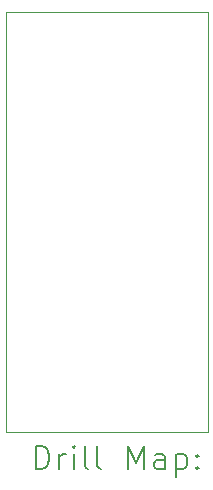
<source format=gbr>
%TF.GenerationSoftware,KiCad,Pcbnew,(6.0.11)*%
%TF.CreationDate,2024-01-03T21:36:32+00:00*%
%TF.ProjectId,BBCB-SWRAM-32,42424342-2d53-4575-9241-4d2d33322e6b,rev?*%
%TF.SameCoordinates,Original*%
%TF.FileFunction,Drillmap*%
%TF.FilePolarity,Positive*%
%FSLAX45Y45*%
G04 Gerber Fmt 4.5, Leading zero omitted, Abs format (unit mm)*
G04 Created by KiCad (PCBNEW (6.0.11)) date 2024-01-03 21:36:32*
%MOMM*%
%LPD*%
G01*
G04 APERTURE LIST*
%ADD10C,0.100000*%
%ADD11C,0.200000*%
G04 APERTURE END LIST*
D10*
X15158500Y-9156000D02*
X16868500Y-9156000D01*
X16868500Y-9156000D02*
X16868500Y-5599000D01*
X16868500Y-5599000D02*
X15158500Y-5599000D01*
X15158500Y-5599000D02*
X15158500Y-9156000D01*
D11*
X15411119Y-9471476D02*
X15411119Y-9271476D01*
X15458738Y-9271476D01*
X15487309Y-9281000D01*
X15506357Y-9300048D01*
X15515881Y-9319095D01*
X15525405Y-9357190D01*
X15525405Y-9385762D01*
X15515881Y-9423857D01*
X15506357Y-9442905D01*
X15487309Y-9461952D01*
X15458738Y-9471476D01*
X15411119Y-9471476D01*
X15611119Y-9471476D02*
X15611119Y-9338143D01*
X15611119Y-9376238D02*
X15620643Y-9357190D01*
X15630167Y-9347667D01*
X15649214Y-9338143D01*
X15668262Y-9338143D01*
X15734928Y-9471476D02*
X15734928Y-9338143D01*
X15734928Y-9271476D02*
X15725405Y-9281000D01*
X15734928Y-9290524D01*
X15744452Y-9281000D01*
X15734928Y-9271476D01*
X15734928Y-9290524D01*
X15858738Y-9471476D02*
X15839690Y-9461952D01*
X15830167Y-9442905D01*
X15830167Y-9271476D01*
X15963500Y-9471476D02*
X15944452Y-9461952D01*
X15934928Y-9442905D01*
X15934928Y-9271476D01*
X16192071Y-9471476D02*
X16192071Y-9271476D01*
X16258738Y-9414333D01*
X16325405Y-9271476D01*
X16325405Y-9471476D01*
X16506357Y-9471476D02*
X16506357Y-9366714D01*
X16496833Y-9347667D01*
X16477786Y-9338143D01*
X16439690Y-9338143D01*
X16420643Y-9347667D01*
X16506357Y-9461952D02*
X16487309Y-9471476D01*
X16439690Y-9471476D01*
X16420643Y-9461952D01*
X16411119Y-9442905D01*
X16411119Y-9423857D01*
X16420643Y-9404810D01*
X16439690Y-9395286D01*
X16487309Y-9395286D01*
X16506357Y-9385762D01*
X16601595Y-9338143D02*
X16601595Y-9538143D01*
X16601595Y-9347667D02*
X16620643Y-9338143D01*
X16658738Y-9338143D01*
X16677786Y-9347667D01*
X16687309Y-9357190D01*
X16696833Y-9376238D01*
X16696833Y-9433381D01*
X16687309Y-9452429D01*
X16677786Y-9461952D01*
X16658738Y-9471476D01*
X16620643Y-9471476D01*
X16601595Y-9461952D01*
X16782548Y-9452429D02*
X16792071Y-9461952D01*
X16782548Y-9471476D01*
X16773024Y-9461952D01*
X16782548Y-9452429D01*
X16782548Y-9471476D01*
X16782548Y-9347667D02*
X16792071Y-9357190D01*
X16782548Y-9366714D01*
X16773024Y-9357190D01*
X16782548Y-9347667D01*
X16782548Y-9366714D01*
M02*

</source>
